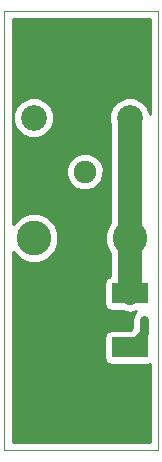
<source format=gbl>
G04 #@! TF.FileFunction,Copper,L2,Bot,Signal*
%FSLAX46Y46*%
G04 Gerber Fmt 4.6, Leading zero omitted, Abs format (unit mm)*
G04 Created by KiCad (PCBNEW 0.201602231446+6579~42~ubuntu15.04.1-product) date Fri 26 Feb 2016 04:43:04 PM EST*
%MOMM*%
G01*
G04 APERTURE LIST*
%ADD10C,0.100000*%
%ADD11R,2.000000X1.900000*%
%ADD12C,1.900000*%
%ADD13R,3.048000X1.651000*%
%ADD14R,6.096000X6.096000*%
%ADD15R,10.000000X5.000000*%
%ADD16C,2.930000*%
%ADD17C,2.170000*%
%ADD18C,0.600000*%
%ADD19C,0.750000*%
%ADD20C,2.000000*%
%ADD21C,0.254000*%
G04 APERTURE END LIST*
D10*
X102600000Y-86400000D02*
X102600000Y-49200000D01*
X115600000Y-86400000D02*
X102600000Y-86400000D01*
X115600000Y-49200000D02*
X115600000Y-86400000D01*
X102600000Y-49200000D02*
X115600000Y-49200000D01*
D11*
X109400000Y-65340000D03*
D12*
X109400000Y-62800000D03*
D13*
X113200000Y-73114000D03*
D14*
X106850000Y-75400000D03*
D13*
X113200000Y-77686000D03*
D15*
X109200000Y-83000000D03*
X109200000Y-52800000D03*
D16*
X105070000Y-68400000D03*
D17*
X113200000Y-58240000D03*
D16*
X113200000Y-68400000D03*
D17*
X105070000Y-58240000D03*
D18*
X108000000Y-79600000D03*
X110400000Y-73000000D03*
X114400000Y-75400000D03*
D19*
X108000000Y-79600000D02*
X108000000Y-76550000D01*
X108000000Y-76550000D02*
X106850000Y-75400000D01*
X106850000Y-75400000D02*
X108000000Y-75400000D01*
X108000000Y-75400000D02*
X110400000Y-73000000D01*
D20*
X113200000Y-73114000D02*
X113200000Y-68400000D01*
X113200000Y-68400000D02*
X113200000Y-58240000D01*
D19*
X114400000Y-75400000D02*
X114400000Y-76486000D01*
X114400000Y-76486000D02*
X113200000Y-77686000D01*
D21*
G36*
X114915000Y-57886550D02*
X114658995Y-57266971D01*
X114175574Y-56782705D01*
X113543630Y-56520299D01*
X112859372Y-56519702D01*
X112226971Y-56781005D01*
X111742705Y-57264426D01*
X111480299Y-57896370D01*
X111479702Y-58580628D01*
X111565000Y-58787065D01*
X111565000Y-67064890D01*
X111420745Y-67208893D01*
X111100366Y-67980452D01*
X111099637Y-68815883D01*
X111418669Y-69588000D01*
X111565000Y-69734587D01*
X111565000Y-71663139D01*
X111428235Y-71690343D01*
X111218191Y-71830691D01*
X111077843Y-72040735D01*
X111028560Y-72288500D01*
X111028560Y-73939500D01*
X111077843Y-74187265D01*
X111218191Y-74397309D01*
X111428235Y-74537657D01*
X111676000Y-74586940D01*
X112518036Y-74586940D01*
X112574313Y-74624543D01*
X113200000Y-74749000D01*
X113757121Y-74638182D01*
X113685822Y-74685822D01*
X113466882Y-75013490D01*
X113390000Y-75400000D01*
X113390000Y-76067644D01*
X113244584Y-76213060D01*
X111676000Y-76213060D01*
X111428235Y-76262343D01*
X111218191Y-76402691D01*
X111077843Y-76612735D01*
X111028560Y-76860500D01*
X111028560Y-78511500D01*
X111077843Y-78759265D01*
X111218191Y-78969309D01*
X111428235Y-79109657D01*
X111676000Y-79158940D01*
X114724000Y-79158940D01*
X114915000Y-79120948D01*
X114915000Y-85715000D01*
X103285000Y-85715000D01*
X103285000Y-69579120D01*
X103288669Y-69588000D01*
X103878893Y-70179255D01*
X104650452Y-70499634D01*
X105485883Y-70500363D01*
X106258000Y-70181331D01*
X106849255Y-69591107D01*
X107169634Y-68819548D01*
X107170363Y-67984117D01*
X106851331Y-67212000D01*
X106261107Y-66620745D01*
X105489548Y-66300366D01*
X104654117Y-66299637D01*
X103882000Y-66618669D01*
X103290745Y-67208893D01*
X103285000Y-67222729D01*
X103285000Y-63113893D01*
X107814725Y-63113893D01*
X108055519Y-63696657D01*
X108500997Y-64142914D01*
X109083341Y-64384724D01*
X109713893Y-64385275D01*
X110296657Y-64144481D01*
X110742914Y-63699003D01*
X110984724Y-63116659D01*
X110985275Y-62486107D01*
X110744481Y-61903343D01*
X110299003Y-61457086D01*
X109716659Y-61215276D01*
X109086107Y-61214725D01*
X108503343Y-61455519D01*
X108057086Y-61900997D01*
X107815276Y-62483341D01*
X107814725Y-63113893D01*
X103285000Y-63113893D01*
X103285000Y-58580628D01*
X103349702Y-58580628D01*
X103611005Y-59213029D01*
X104094426Y-59697295D01*
X104726370Y-59959701D01*
X105410628Y-59960298D01*
X106043029Y-59698995D01*
X106527295Y-59215574D01*
X106789701Y-58583630D01*
X106790298Y-57899372D01*
X106528995Y-57266971D01*
X106045574Y-56782705D01*
X105413630Y-56520299D01*
X104729372Y-56519702D01*
X104096971Y-56781005D01*
X103612705Y-57264426D01*
X103350299Y-57896370D01*
X103349702Y-58580628D01*
X103285000Y-58580628D01*
X103285000Y-49885000D01*
X114915000Y-49885000D01*
X114915000Y-57886550D01*
X114915000Y-57886550D01*
G37*
X114915000Y-57886550D02*
X114658995Y-57266971D01*
X114175574Y-56782705D01*
X113543630Y-56520299D01*
X112859372Y-56519702D01*
X112226971Y-56781005D01*
X111742705Y-57264426D01*
X111480299Y-57896370D01*
X111479702Y-58580628D01*
X111565000Y-58787065D01*
X111565000Y-67064890D01*
X111420745Y-67208893D01*
X111100366Y-67980452D01*
X111099637Y-68815883D01*
X111418669Y-69588000D01*
X111565000Y-69734587D01*
X111565000Y-71663139D01*
X111428235Y-71690343D01*
X111218191Y-71830691D01*
X111077843Y-72040735D01*
X111028560Y-72288500D01*
X111028560Y-73939500D01*
X111077843Y-74187265D01*
X111218191Y-74397309D01*
X111428235Y-74537657D01*
X111676000Y-74586940D01*
X112518036Y-74586940D01*
X112574313Y-74624543D01*
X113200000Y-74749000D01*
X113757121Y-74638182D01*
X113685822Y-74685822D01*
X113466882Y-75013490D01*
X113390000Y-75400000D01*
X113390000Y-76067644D01*
X113244584Y-76213060D01*
X111676000Y-76213060D01*
X111428235Y-76262343D01*
X111218191Y-76402691D01*
X111077843Y-76612735D01*
X111028560Y-76860500D01*
X111028560Y-78511500D01*
X111077843Y-78759265D01*
X111218191Y-78969309D01*
X111428235Y-79109657D01*
X111676000Y-79158940D01*
X114724000Y-79158940D01*
X114915000Y-79120948D01*
X114915000Y-85715000D01*
X103285000Y-85715000D01*
X103285000Y-69579120D01*
X103288669Y-69588000D01*
X103878893Y-70179255D01*
X104650452Y-70499634D01*
X105485883Y-70500363D01*
X106258000Y-70181331D01*
X106849255Y-69591107D01*
X107169634Y-68819548D01*
X107170363Y-67984117D01*
X106851331Y-67212000D01*
X106261107Y-66620745D01*
X105489548Y-66300366D01*
X104654117Y-66299637D01*
X103882000Y-66618669D01*
X103290745Y-67208893D01*
X103285000Y-67222729D01*
X103285000Y-63113893D01*
X107814725Y-63113893D01*
X108055519Y-63696657D01*
X108500997Y-64142914D01*
X109083341Y-64384724D01*
X109713893Y-64385275D01*
X110296657Y-64144481D01*
X110742914Y-63699003D01*
X110984724Y-63116659D01*
X110985275Y-62486107D01*
X110744481Y-61903343D01*
X110299003Y-61457086D01*
X109716659Y-61215276D01*
X109086107Y-61214725D01*
X108503343Y-61455519D01*
X108057086Y-61900997D01*
X107815276Y-62483341D01*
X107814725Y-63113893D01*
X103285000Y-63113893D01*
X103285000Y-58580628D01*
X103349702Y-58580628D01*
X103611005Y-59213029D01*
X104094426Y-59697295D01*
X104726370Y-59959701D01*
X105410628Y-59960298D01*
X106043029Y-59698995D01*
X106527295Y-59215574D01*
X106789701Y-58583630D01*
X106790298Y-57899372D01*
X106528995Y-57266971D01*
X106045574Y-56782705D01*
X105413630Y-56520299D01*
X104729372Y-56519702D01*
X104096971Y-56781005D01*
X103612705Y-57264426D01*
X103350299Y-57896370D01*
X103349702Y-58580628D01*
X103285000Y-58580628D01*
X103285000Y-49885000D01*
X114915000Y-49885000D01*
X114915000Y-57886550D01*
M02*

</source>
